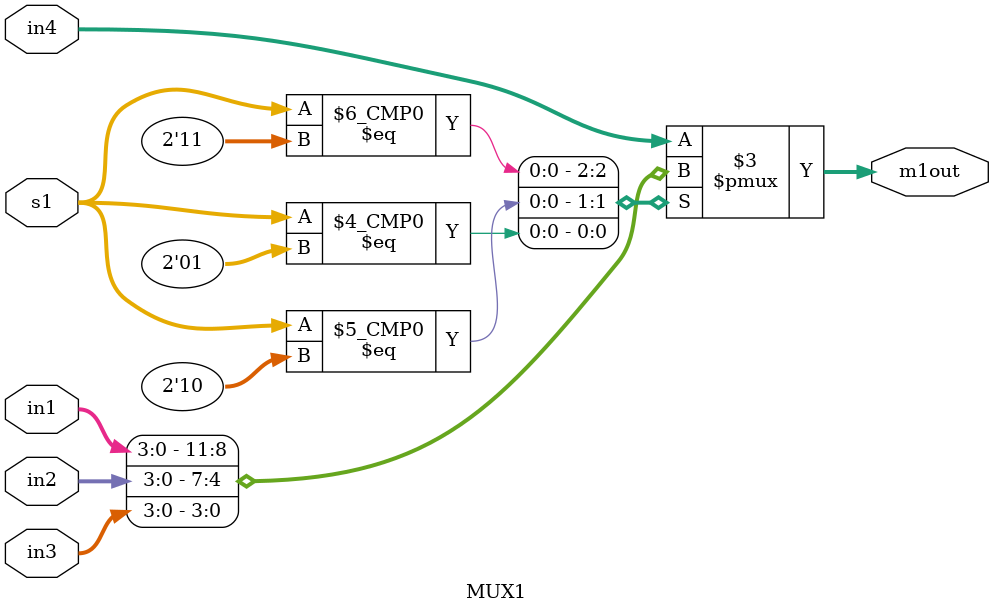
<source format=v>
module MUX1(in1, in2, in3, in4, s1, m1out);

input [3:0] in1, in2, in3, in4;
input [1:0] s1;
output reg [3:0] m1out;


always @ (in1, in2, in3, in4, s1)
   
    begin
        case (s1)
            2'b11: m1out = in1;
            2'b10: m1out = in2;
            2'b01: m1out = in3;
            default: m1out = in4; // 2'b00
        endcase
    end
    
    
endmodule //MUX1


</source>
